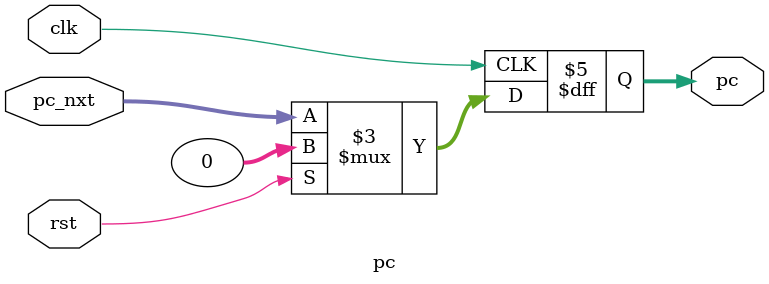
<source format=v>
`timescale 1ns / 1ps


module pc(clk,rst,pc_nxt,pc);
input clk,rst;
output reg [31:0] pc;
input [31:0] pc_nxt;

always@(posedge clk) begin
if(rst)
    pc<=32'b0;
else 
    pc<=pc_nxt;
end 

endmodule

</source>
